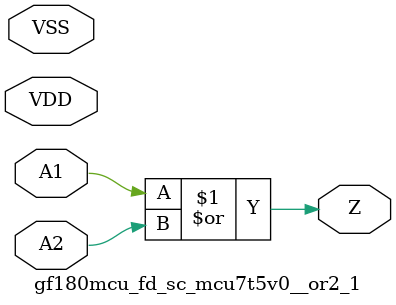
<source format=v>

module gf180mcu_fd_sc_mcu7t5v0__or2_1( A1, A2, Z, VDD, VSS );
input A1, A2;
inout VDD, VSS;
output Z;

	or MGM_BG_0( Z, A1, A2 );

endmodule

</source>
